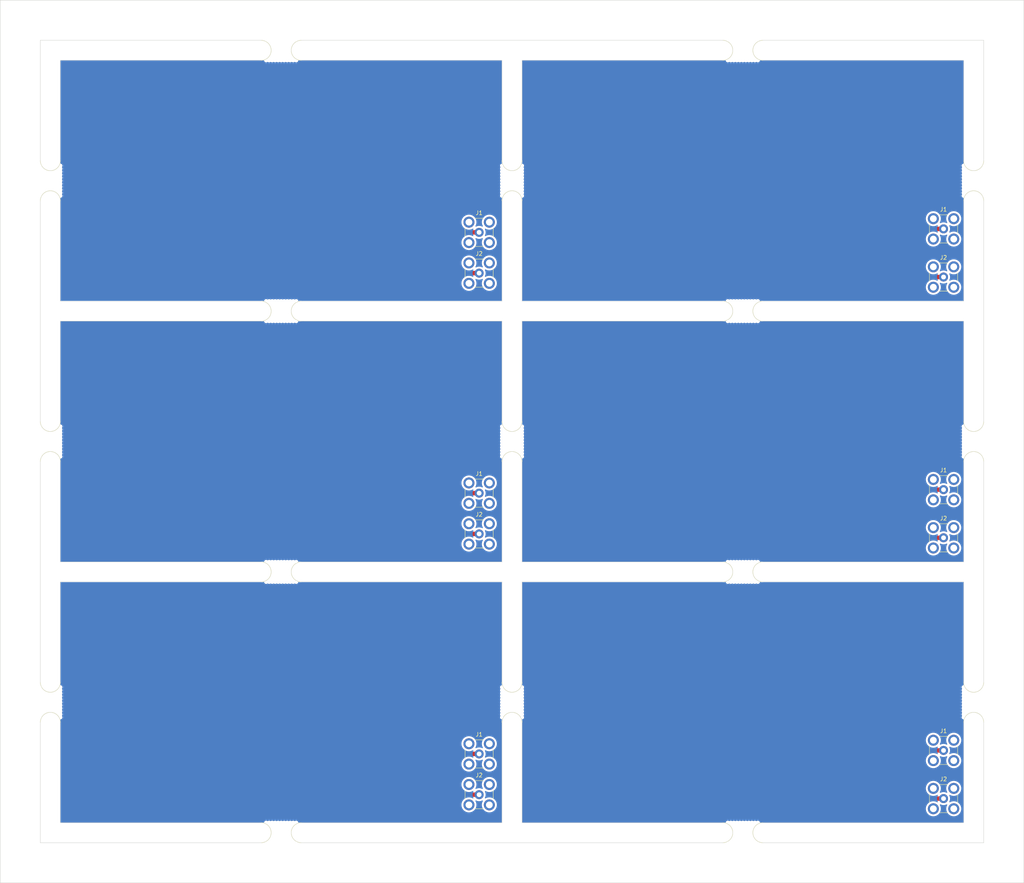
<source format=kicad_pcb>
(kicad_pcb (version 20221018) (generator pcbnew)
  (layers (0 "F.Cu" signal) (31 "B.Cu" signal) (34 "B.Paste" user) (35 "F.Paste" user) (36 "B.SilkS" user "B.Silkscreen") (37 "F.SilkS" user "F.Silkscreen") (38 "B.Mask" user) (39 "F.Mask" user) (44 "Edge.Cuts" user))
  (net 0 "")
  (footprint "Panel:mouse-bite-5mm-slot" (layer "F.Cu") (at 389.5 110 90)
    (fp_text reference "mouse-bite-5mm-slot" hide)
    (fp_text value "VAL**" hide)
  )
  (footprint "Connector_Coaxial:SMB_Jack_Vertical" (layer "F.Cu") (at 382 264)
    (fp_text reference "J2")
    (fp_text value "Conn_01x01")
  )
  (footprint "Panel:mouse-bite-5mm-slot" (layer "F.Cu") (at 217 142.5)
    (fp_text reference "mouse-bite-5mm-slot" hide)
    (fp_text value "VAL**" hide)
  )
  (footprint "Connector_Coaxial:SMB_Jack_Vertical" (layer "F.Cu") (at 382 122)
    (fp_text reference "J1")
    (fp_text value "Conn_01x01")
  )
  (footprint "Panel:mouse-bite-5mm-slot" (layer "F.Cu") (at 217 272.5)
    (fp_text reference "mouse-bite-5mm-slot" hide)
    (fp_text value "VAL**" hide)
  )
  (footprint "Connector_Coaxial:SMB_Jack_Vertical" (layer "F.Cu") (at 266.31 187.87)
    (fp_text reference "J1")
    (fp_text value "Conn_01x01")
  )
  (footprint "Panel:mouse-bite-5mm-slot" (layer "F.Cu") (at 332 142.5 180)
    (fp_text reference "mouse-bite-5mm-slot" hide)
    (fp_text value "VAL**" hide)
  )
  (footprint "Connector_Coaxial:SMB_Jack_Vertical" (layer "F.Cu") (at 266.31 133.03)
    (fp_text reference "J2")
    (fp_text value "Conn_01x01")
  )
  (footprint "Panel:mouse-bite-5mm-slot" (layer "F.Cu") (at 332 207.5 180)
    (fp_text reference "mouse-bite-5mm-slot" hide)
    (fp_text value "VAL**" hide)
  )
  (footprint "Panel:mouse-bite-5mm-slot" (layer "F.Cu") (at 274.5 240 90)
    (fp_text reference "mouse-bite-5mm-slot" hide)
    (fp_text value "VAL**" hide)
  )
  (footprint "Panel:mouse-bite-5mm-slot" (layer "F.Cu") (at 389.5 175 90)
    (fp_text reference "mouse-bite-5mm-slot" hide)
    (fp_text value "VAL**" hide)
  )
  (footprint "Connector_Coaxial:SMB_Jack_Vertical" (layer "F.Cu") (at 382 252)
    (fp_text reference "J1")
    (fp_text value "Conn_01x01")
  )
  (footprint "Connector_Coaxial:SMB_Jack_Vertical" (layer "F.Cu") (at 266.31 263.03)
    (fp_text reference "J2")
    (fp_text value "Conn_01x01")
  )
  (footprint "Panel:mouse-bite-5mm-slot" (layer "F.Cu") (at 389.5 240 90)
    (fp_text reference "mouse-bite-5mm-slot" hide)
    (fp_text value "VAL**" hide)
  )
  (footprint "Panel:mouse-bite-5mm-slot" (layer "F.Cu") (at 332 272.5 180)
    (fp_text reference "mouse-bite-5mm-slot" hide)
    (fp_text value "VAL**" hide)
  )
  (footprint "Panel:mouse-bite-5mm-slot" (layer "F.Cu") (at 332 77.5 180)
    (fp_text reference "mouse-bite-5mm-slot" hide)
    (fp_text value "VAL**" hide)
  )
  (footprint "Panel:mouse-bite-5mm-slot" (layer "F.Cu") (at 159.5 110 90)
    (fp_text reference "mouse-bite-5mm-slot" hide)
    (fp_text value "VAL**" hide)
  )
  (footprint "Connector_Coaxial:SMB_Jack_Vertical" (layer "F.Cu") (at 266.31 122.87)
    (fp_text reference "J1")
    (fp_text value "Conn_01x01")
  )
  (footprint "Connector_Coaxial:SMB_Jack_Vertical" (layer "F.Cu") (at 266.31 198.03)
    (fp_text reference "J2")
    (fp_text value "Conn_01x01")
  )
  (footprint "Connector_Coaxial:SMB_Jack_Vertical" (layer "F.Cu") (at 382 187)
    (fp_text reference "J1")
    (fp_text value "Conn_01x01")
  )
  (footprint "Connector_Coaxial:SMB_Jack_Vertical" (layer "F.Cu") (at 382 134)
    (fp_text reference "J2")
    (fp_text value "Conn_01x01")
  )
  (footprint "Panel:mouse-bite-5mm-slot" (layer "F.Cu") (at 159.5 240 90)
    (fp_text reference "mouse-bite-5mm-slot" hide)
    (fp_text value "VAL**" hide)
  )
  (footprint "Panel:mouse-bite-5mm-slot" (layer "F.Cu") (at 274.5 175 90)
    (fp_text reference "mouse-bite-5mm-slot" hide)
    (fp_text value "VAL**" hide)
  )
  (footprint "Panel:mouse-bite-5mm-slot" (layer "F.Cu") (at 217 77.5)
    (fp_text reference "mouse-bite-5mm-slot" hide)
    (fp_text value "VAL**" hide)
  )
  (footprint "Connector_Coaxial:SMB_Jack_Vertical" (layer "F.Cu") (at 266.31 252.87)
    (fp_text reference "J1")
    (fp_text value "Conn_01x01")
  )
  (footprint "Panel:mouse-bite-5mm-slot" (layer "F.Cu") (at 217 207.5)
    (fp_text reference "mouse-bite-5mm-slot" hide)
    (fp_text value "VAL**" hide)
  )
  (footprint "Panel:mouse-bite-5mm-slot" (layer "F.Cu") (at 159.5 175 90)
    (fp_text reference "mouse-bite-5mm-slot" hide)
    (fp_text value "VAL**" hide)
  )
  (footprint "Connector_Coaxial:SMB_Jack_Vertical" (layer "F.Cu") (at 382 199)
    (fp_text reference "J2")
    (fp_text value "Conn_01x01")
  )
  (footprint "Panel:mouse-bite-5mm-slot" (layer "F.Cu") (at 274.5 110 90)
    (fp_text reference "mouse-bite-5mm-slot" hide)
    (fp_text value "VAL**" hide)
  )
  (gr_arc (start 162 105) (mid 159.5 107.5) (end 157 105) (stroke (width 0.1)) (layer "Edge.Cuts"))
  (gr_line (start 212 80) (end 162 80) (stroke (width 0.1)) (layer "Edge.Cuts"))
  (gr_line (start 392 75) (end 392 105) (stroke (width 0.1)) (layer "Edge.Cuts"))
  (gr_line (start 272 245.5) (end 272 245) (stroke (width 0.1)) (layer "Edge.Cuts"))
  (gr_line (start 272 205) (end 272 180) (stroke (width 0.1)) (layer "Edge.Cuts"))
  (gr_arc (start 277 235) (mid 274.5 237.5) (end 272 235) (stroke (width 0.1)) (layer "Edge.Cuts"))
  (gr_arc (start 212 75) (mid 214.5 77.5) (end 212 80) (stroke (width 0.1)) (layer "Edge.Cuts"))
  (gr_line (start 337 270) (end 387 270) (stroke (width 0.1)) (layer "Edge.Cuts"))
  (gr_line (start 392 180) (end 392 235) (stroke (width 0.1)) (layer "Edge.Cuts"))
  (gr_line (start 277 245) (end 277 270) (stroke (width 0.1)) (layer "Edge.Cuts"))
  (gr_arc (start 222 80) (mid 219.5 77.5) (end 222 75) (stroke (width 0.1)) (layer "Edge.Cuts"))
  (gr_arc (start 212 205) (mid 214.5 207.5) (end 212 210) (stroke (width 0.1)) (layer "Edge.Cuts"))
  (gr_line (start 272 245.5) (end 272 270) (stroke (width 0.1)) (layer "Edge.Cuts"))
  (gr_line (start 272 210) (end 222 210) (stroke (width 0.1)) (layer "Edge.Cuts"))
  (gr_line (start 387 105) (end 387 80) (stroke (width 0.1)) (layer "Edge.Cuts"))
  (gr_line (start 212 210) (end 162 210) (stroke (width 0.1)) (layer "Edge.Cuts"))
  (gr_line (start 222 140) (end 272 140) (stroke (width 0.1)) (layer "Edge.Cuts"))
  (gr_arc (start 222 210) (mid 219.5 207.5) (end 222 205) (stroke (width 0.1)) (layer "Edge.Cuts"))
  (gr_line (start 157 275) (end 157 245) (stroke (width 0.1)) (layer "Edge.Cuts"))
  (gr_line (start 162 270) (end 212 270) (stroke (width 0.1)) (layer "Edge.Cuts"))
  (gr_line (start 162 180) (end 162 205) (stroke (width 0.1)) (layer "Edge.Cuts"))
  (gr_line (start 147 285) (end 147 65) (stroke (width 0.1)) (layer "Edge.Cuts"))
  (gr_line (start 337 275) (end 392 275) (stroke (width 0.1)) (layer "Edge.Cuts"))
  (gr_arc (start 327 140) (mid 329.5 142.5) (end 327 145) (stroke (width 0.1)) (layer "Edge.Cuts"))
  (gr_line (start 222 205) (end 272 205) (stroke (width 0.1)) (layer "Edge.Cuts"))
  (gr_line (start 337 75) (end 392 75) (stroke (width 0.1)) (layer "Edge.Cuts"))
  (gr_line (start 402 65) (end 402 285) (stroke (width 0.1)) (layer "Edge.Cuts"))
  (gr_arc (start 157 245) (mid 159.5 242.5) (end 162 245) (stroke (width 0.1)) (layer "Edge.Cuts"))
  (gr_line (start 157 170) (end 157 115) (stroke (width 0.1)) (layer "Edge.Cuts"))
  (gr_line (start 157 105) (end 157 75) (stroke (width 0.1)) (layer "Edge.Cuts"))
  (gr_line (start 337 205) (end 387 205) (stroke (width 0.1)) (layer "Edge.Cuts"))
  (gr_arc (start 392 235) (mid 389.5 237.5) (end 387 235) (stroke (width 0.1)) (layer "Edge.Cuts"))
  (gr_line (start 277 115) (end 277 140) (stroke (width 0.1)) (layer "Edge.Cuts"))
  (gr_line (start 277 80) (end 277 105) (stroke (width 0.1)) (layer "Edge.Cuts"))
  (gr_arc (start 337 275) (mid 334.5 272.5) (end 337 270) (stroke (width 0.1)) (layer "Edge.Cuts"))
  (gr_line (start 337 140) (end 387 140) (stroke (width 0.1)) (layer "Edge.Cuts"))
  (gr_line (start 327 80) (end 277 80) (stroke (width 0.1)) (layer "Edge.Cuts"))
  (gr_arc (start 157 180) (mid 159.5 177.5) (end 162 180) (stroke (width 0.1)) (layer "Edge.Cuts"))
  (gr_line (start 212 275) (end 157 275) (stroke (width 0.1)) (layer "Edge.Cuts"))
  (gr_arc (start 212 270) (mid 214.5 272.5) (end 212 275) (stroke (width 0.1)) (layer "Edge.Cuts"))
  (gr_line (start 387 140) (end 387 115) (stroke (width 0.1)) (layer "Edge.Cuts"))
  (gr_line (start 222 75) (end 327 75) (stroke (width 0.1)) (layer "Edge.Cuts"))
  (gr_line (start 222 275) (end 327 275) (stroke (width 0.1)) (layer "Edge.Cuts"))
  (gr_arc (start 162 235) (mid 159.5 237.5) (end 157 235) (stroke (width 0.1)) (layer "Edge.Cuts"))
  (gr_line (start 162 115) (end 162 140) (stroke (width 0.1)) (layer "Edge.Cuts"))
  (gr_line (start 272 170) (end 272 145) (stroke (width 0.1)) (layer "Edge.Cuts"))
  (gr_arc (start 277 105) (mid 274.5 107.5) (end 272 105) (stroke (width 0.1)) (layer "Edge.Cuts"))
  (gr_arc (start 272 245) (mid 274.5 242.5) (end 277 245) (stroke (width 0.1)) (layer "Edge.Cuts"))
  (gr_line (start 162 140) (end 212 140) (stroke (width 0.1)) (layer "Edge.Cuts"))
  (gr_line (start 147 65) (end 402 65) (stroke (width 0.1)) (layer "Edge.Cuts"))
  (gr_arc (start 387 180) (mid 389.5 177.5) (end 392 180) (stroke (width 0.1)) (layer "Edge.Cuts"))
  (gr_arc (start 272 180) (mid 274.5 177.5) (end 277 180) (stroke (width 0.1)) (layer "Edge.Cuts"))
  (gr_line (start 387 80) (end 337 80) (stroke (width 0.1)) (layer "Edge.Cuts"))
  (gr_line (start 157 75) (end 212 75) (stroke (width 0.1)) (layer "Edge.Cuts"))
  (gr_line (start 327 145) (end 277 145) (stroke (width 0.1)) (layer "Edge.Cuts"))
  (gr_arc (start 222 145) (mid 219.5 142.5) (end 222 140) (stroke (width 0.1)) (layer "Edge.Cuts"))
  (gr_line (start 277 270) (end 327 270) (stroke (width 0.1)) (layer "Edge.Cuts"))
  (gr_line (start 392 275) (end 392 245) (stroke (width 0.1)) (layer "Edge.Cuts"))
  (gr_arc (start 277 170) (mid 274.5 172.5) (end 272 170) (stroke (width 0.1)) (layer "Edge.Cuts"))
  (gr_arc (start 392 170) (mid 389.5 172.5) (end 387 170) (stroke (width 0.1)) (layer "Edge.Cuts"))
  (gr_arc (start 387 245) (mid 389.5 242.5) (end 392 245) (stroke (width 0.1)) (layer "Edge.Cuts"))
  (gr_arc (start 157 115) (mid 159.5 112.5) (end 162 115) (stroke (width 0.1)) (layer "Edge.Cuts"))
  (gr_line (start 277 145) (end 277 170) (stroke (width 0.1)) (layer "Edge.Cuts"))
  (gr_line (start 162 80) (end 162 105) (stroke (width 0.1)) (layer "Edge.Cuts"))
  (gr_arc (start 327 75) (mid 329.5 77.5) (end 327 80) (stroke (width 0.1)) (layer "Edge.Cuts"))
  (gr_line (start 277 205) (end 327 205) (stroke (width 0.1)) (layer "Edge.Cuts"))
  (gr_line (start 402 285) (end 147 285) (stroke (width 0.1)) (layer "Edge.Cuts"))
  (gr_arc (start 387 115) (mid 389.5 112.5) (end 392 115) (stroke (width 0.1)) (layer "Edge.Cuts"))
  (gr_line (start 387 145) (end 337 145) (stroke (width 0.1)) (layer "Edge.Cuts"))
  (gr_arc (start 337 145) (mid 334.5 142.5) (end 337 140) (stroke (width 0.1)) (layer "Edge.Cuts"))
  (gr_arc (start 212 140) (mid 214.5 142.5) (end 212 145) (stroke (width 0.1)) (layer "Edge.Cuts"))
  (gr_arc (start 162 170) (mid 159.5 172.5) (end 157 170) (stroke (width 0.1)) (layer "Edge.Cuts"))
  (gr_arc (start 337 210) (mid 334.5 207.5) (end 337 205) (stroke (width 0.1)) (layer "Edge.Cuts"))
  (gr_line (start 162 245) (end 162 270) (stroke (width 0.1)) (layer "Edge.Cuts"))
  (gr_line (start 162 145) (end 162 170) (stroke (width 0.1)) (layer "Edge.Cuts"))
  (gr_line (start 272 145) (end 222 145) (stroke (width 0.1)) (layer "Edge.Cuts"))
  (gr_arc (start 337 80) (mid 334.5 77.5) (end 337 75) (stroke (width 0.1)) (layer "Edge.Cuts"))
  (gr_line (start 277 180) (end 277 205) (stroke (width 0.1)) (layer "Edge.Cuts"))
  (gr_line (start 272 235) (end 272 210) (stroke (width 0.1)) (layer "Edge.Cuts"))
  (gr_arc (start 392 105) (mid 389.5 107.5) (end 387 105) (stroke (width 0.1)) (layer "Edge.Cuts"))
  (gr_line (start 277 210) (end 277 235) (stroke (width 0.1)) (layer "Edge.Cuts"))
  (gr_line (start 387 170) (end 387 145) (stroke (width 0.1)) (layer "Edge.Cuts"))
  (gr_line (start 157 235) (end 157 180) (stroke (width 0.1)) (layer "Edge.Cuts"))
  (gr_arc (start 327 270) (mid 329.5 272.5) (end 327 275) (stroke (width 0.1)) (layer "Edge.Cuts"))
  (gr_line (start 272 80) (end 222 80) (stroke (width 0.1)) (layer "Edge.Cuts"))
  (gr_line (start 162 205) (end 212 205) (stroke (width 0.1)) (layer "Edge.Cuts"))
  (gr_arc (start 327 205) (mid 329.5 207.5) (end 327 210) (stroke (width 0.1)) (layer "Edge.Cuts"))
  (gr_arc (start 272 115) (mid 274.5 112.5) (end 277 115) (stroke (width 0.1)) (layer "Edge.Cuts"))
  (gr_line (start 392 115) (end 392 170) (stroke (width 0.1)) (layer "Edge.Cuts"))
  (gr_line (start 272 105) (end 272 80) (stroke (width 0.1)) (layer "Edge.Cuts"))
  (gr_line (start 387 210) (end 337 210) (stroke (width 0.1)) (layer "Edge.Cuts"))
  (gr_line (start 272 140) (end 272 115) (stroke (width 0.1)) (layer "Edge.Cuts"))
  (gr_line (start 277 140) (end 327 140) (stroke (width 0.1)) (layer "Edge.Cuts"))
  (gr_line (start 387 270) (end 387 245) (stroke (width 0.1)) (layer "Edge.Cuts"))
  (gr_line (start 387 205) (end 387 180) (stroke (width 0.1)) (layer "Edge.Cuts"))
  (gr_arc (start 222 275) (mid 219.5 272.5) (end 222 270) (stroke (width 0.1)) (layer "Edge.Cuts"))
  (gr_line (start 387 235) (end 387 210) (stroke (width 0.1)) (layer "Edge.Cuts"))
  (gr_line (start 222 270) (end 272 270) (stroke (width 0.1)) (layer "Edge.Cuts"))
  (gr_line (start 162 210) (end 162 235) (stroke (width 0.1)) (layer "Edge.Cuts"))
  (gr_line (start 327 210) (end 277 210) (stroke (width 0.1)) (layer "Edge.Cuts"))
  (gr_line (start 212 145) (end 162 145) (stroke (width 0.1)) (layer "Edge.Cuts"))
  (segment (start 280 202) (end 280 190) (width 2) (layer "F.Cu") (net 0))
  (segment (start 174 163) (end 258 163) (width 4) (layer "F.Cu") (net 0))
  (segment (start 168 151) (end 168 175) (width 4) (layer "F.Cu") (net 0))
  (segment (start 168 134) (end 168 110) (width 1.1) (layer "F.Cu") (net 0))
  (segment (start 376 160) (end 285 160) (width 2) (layer "F.Cu") (net 0))
  (segment (start 258.87 122.87) (end 258 122) (width 1.1) (layer "F.Cu") (net 0))
  (segment (start 252 216) (end 168 216) (width 6) (layer "F.Cu") (net 0))
  (segment (start 168 175) (end 252 175) (width 4) (layer "F.Cu") (net 0))
  (segment (start 280 243) (end 280 231) (width 4) (layer "F.Cu") (net 0))
  (segment (start 375 213) (end 280 213) (width 4) (layer "F.Cu") (net 0))
  (segment (start 280 267) (end 280 255) (width 4) (layer "F.Cu") (net 0))
  (segment (start 376 172) (end 285 172) (width 2) (layer "F.Cu") (net 0))
  (segment (start 375 225) (end 285 225) (width 4) (layer "F.Cu") (net 0))
  (segment (start 258 163) (end 258 187) (width 4) (layer "F.Cu") (net 0))
  (segment (start 373 137) (end 280 137) (width 1.1) (layer "F.Cu") (net 0))
  (segment (start 376 134) (end 373 137) (width 1.1) (layer "F.Cu") (net 0))
  (segment (start 376 160) (end 376 148) (width 2) (layer "F.Cu") (net 0))
  (segment (start 280 190) (end 280 178) (width 2) (layer "F.Cu") (net 0))
  (segment (start 258 228) (end 258 252) (width 6) (layer "F.Cu") (net 0))
  (segment (start 168 199) (end 168 175) (width 4) (layer "F.Cu") (net 0))
  (segment (start 376 95) (end 283 95) (width 1.1) (layer "F.Cu") (net 0))
  (segment (start 376 119) (end 283 119) (width 1.1) (layer "F.Cu") (net 0))
  (segment (start 373 101) (end 280 101) (width 1.1) (layer "F.Cu") (net 0))
  (segment (start 382 199) (end 376 199) (width 1.1) (layer "F.Cu") (net 0))
  (segment (start 376 107) (end 376 119) (width 1.1) (layer "F.Cu") (net 0))
  (segment (start 375 249) (end 375 252) (width 4) (layer "F.Cu") (net 0))
  (segment (start 373 113) (end 280 113) (width 1.1) (layer "F.Cu") (net 0))
  (segment (start 369 178) (end 280 178) (width 2) (layer "F.Cu") (net 0))
  (segment (start 375 261) (end 285 261) (width 4) (layer "F.Cu") (net 0))
  (segment (start 280 219) (end 280 231) (width 4) (layer "F.Cu") (net 0))
  (segment (start 280 113) (end 280 101) (width 1.1) (layer "F.Cu") (net 0))
  (segment (start 376 107) (end 283 107) (width 1.1) (layer "F.Cu") (net 0))
  (segment (start 376 187) (end 376 196) (width 2) (layer "F.Cu") (net 0))
  (segment (start 373 89) (end 280 89) (width 1.1) (layer "F.Cu") (net 0))
  (segment (start 375 225) (end 375 237) (width 4) (layer "F.Cu") (net 0))
  (segment (start 376 172) (end 376 184) (width 2) (layer "F.Cu") (net 0))
  (segment (start 258.39 133.03) (end 266.31 133.03) (width 1.1) (layer "F.Cu") (net 0))
  (segment (start 369 166) (end 280 166) (width 2) (layer "F.Cu") (net 0))
  (segment (start 369 190) (end 280 190) (width 2) (layer "F.Cu") (net 0))
  (segment (start 375 237) (end 375 249) (width 4) (layer "F.Cu") (net 0))
  (segment (start 382 264) (end 376 264) (width 1.1) (layer "F.Cu") (net 0))
  (segment (start 168 264) (end 168 240) (width 6) (layer "F.Cu") (net 0))
  (segment (start 376 160) (end 376 172) (width 2) (layer "F.Cu") (net 0))
  (segment (start 280 89) (end 280 101) (width 1.1) (layer "F.Cu") (net 0))
  (segment (start 382 187) (end 376 187) (width 1.1) (layer "F.Cu") (net 0))
  (segment (start 375 252) (end 375 261) (width 4) (layer "F.Cu") (net 0))
  (segment (start 257.42 199) (end 168 199) (width 4) (layer "F.Cu") (net 0))
  (segment (start 376 95) (end 376 107) (width 1.1) (layer "F.Cu") (net 0))
  (segment (start 280 125) (end 280 113) (width 1.1) (layer "F.Cu") (net 0))
  (segment (start 168 86) (end 168 110) (width 1.1) (layer "F.Cu") (net 0))
  (segment (start 258.39 198.03) (end 266.31 198.03) (width 1.1) (layer "F.Cu") (net 0))
  (segment (start 252 151) (end 168 151) (width 4) (layer "F.Cu") (net 0))
  (segment (start 375 225) (end 375 213) (width 4) (layer "F.Cu") (net 0))
  (segment (start 168 240) (end 246 240) (width 6) (layer "F.Cu") (net 0))
  (segment (start 280 137) (end 280 125) (width 1.1) (layer "F.Cu") (net 0))
  (segment (start 376 131) (end 283 131) (width 1.1) (layer "F.Cu") (net 0))
  (segment (start 375 237) (end 285 237) (width 4) (layer "F.Cu") (net 0))
  (segment (start 382 252) (end 376 252) (width 1.1) (layer "F.Cu") (net 0))
  (segment (start 373 267) (end 280 267) (width 4) (layer "F.Cu") (net 0))
  (segment (start 376 264) (end 373 267) (width 1.1) (layer "F.Cu") (net 0))
  (segment (start 376 199) (end 373 202) (width 1.1) (layer "F.Cu") (net 0))
  (segment (start 376 83) (end 280 83) (width 1.1) (layer "F.Cu") (net 0))
  (segment (start 369 231) (end 280 231) (width 4) (layer "F.Cu") (net 0))
  (segment (start 266.31 122.87) (end 258.87 122.87) (width 1.1) (layer "F.Cu") (net 0))
  (segment (start 252 86) (end 168 86) (width 1.1) (layer "F.Cu") (net 0))
  (segment (start 373 125) (end 280 125) (width 1.1) (layer "F.Cu") (net 0))
  (segment (start 369 243) (end 280 243) (width 4) (layer "F.Cu") (net 0))
  (segment (start 280 154) (end 280 166) (width 2) (layer "F.Cu") (net 0))
  (segment (start 369 219) (end 280 219) (width 4) (layer "F.Cu") (net 0))
  (segment (start 376 184) (end 285 184) (width 2) (layer "F.Cu") (net 0))
  (segment (start 376 148) (end 280 148) (width 2) (layer "F.Cu") (net 0))
  (segment (start 257.42 134) (end 168 134) (width 1.1) (layer "F.Cu") (net 0))
  (segment (start 375 249) (end 285 249) (width 4) (layer "F.Cu") (net 0))
  (segment (start 174 98) (end 258 98) (width 1.1) (layer "F.Cu") (net 0))
  (segment (start 376 95) (end 376 83) (width 1.1) (layer "F.Cu") (net 0))
  (segment (start 382 122) (end 376 122) (width 1.1) (layer "F.Cu") (net 0))
  (segment (start 266.31 252.87) (end 258.87 252.87) (width 1.1) (layer "F.Cu") (net 0))
  (segment (start 258 98) (end 258 122) (width 1.1) (layer "F.Cu") (net 0))
  (segment (start 280 178) (end 280 166) (width 2) (layer "F.Cu") (net 0))
  (segment (start 177 228) (end 258 228) (width 6) (layer "F.Cu") (net 0))
  (segment (start 382 134) (end 376 134) (width 1.1) (layer "F.Cu") (net 0))
  (segment (start 376 122) (end 376 131) (width 1.1) (layer "F.Cu") (net 0))
  (segment (start 168 110) (end 252 110) (width 1.1) (layer "F.Cu") (net 0))
  (segment (start 376 119) (end 376 122) (width 1.1) (layer "F.Cu") (net 0))
  (segment (start 258 187) (end 174 187) (width 4) (layer "F.Cu") (net 0))
  (segment (start 258.39 263.03) (end 266.31 263.03) (width 1.1) (layer "F.Cu") (net 0))
  (segment (start 376 184) (end 376 187) (width 2) (layer "F.Cu") (net 0))
  (segment (start 168 216) (end 168 240) (width 6) (layer "F.Cu") (net 0))
  (segment (start 376 196) (end 285 196) (width 2) (layer "F.Cu") (net 0))
  (segment (start 369 154) (end 280 154) (width 2) (layer "F.Cu") (net 0))
  (segment (start 258 252) (end 177 252) (width 6) (layer "F.Cu") (net 0))
  (segment (start 257.42 134) (end 258.39 133.03) (width 1.1) (layer "F.Cu") (net 0))
  (segment (start 266.31 187.87) (end 258.87 187.87) (width 1.1) (layer "F.Cu") (net 0))
  (segment (start 373 202) (end 280 202) (width 2) (layer "F.Cu") (net 0))
  (segment (start 257.42 264) (end 168 264) (width 6) (layer "F.Cu") (net 0))
  (segment (start 369 255) (end 280 255) (width 4) (layer "F.Cu") (net 0))
  (segment (start 258 122) (end 174 122) (width 1.1) (layer "F.Cu") (net 0))
  (segment (start 280 255) (end 280 243) (width 4) (layer "F.Cu") (net 0))
  (zone (net 0) (net_name "") (layer "B.Cu") (connect_pads (clearance 0.5)) (min_thickness 0.25) (fill yes (thermal_gap 0.5) (thermal_bridge_width 0.5) (island_removal_mode 1) (island_area_min 10))
    (polygon (pts (xy 277 210) (xy 387 210) (xy 387 270) (xy 277 270)))
  )
  (zone (net 0) (net_name "") (layer "B.Cu") (connect_pads (clearance 0.5)) (min_thickness 0.25) (fill yes (thermal_gap 0.5) (thermal_bridge_width 0.5) (island_removal_mode 1) (island_area_min 10))
    (polygon (pts (xy 277 145) (xy 387 145) (xy 387 205) (xy 277 205)))
  )
  (zone (net 0) (net_name "") (layer "B.Cu") (connect_pads (clearance 0.5)) (min_thickness 0.25) (fill yes (thermal_gap 0.5) (thermal_bridge_width 0.5) (island_removal_mode 1) (island_area_min 10))
    (polygon (pts (xy 277 80) (xy 387 80) (xy 387 140) (xy 277 140)))
  )
  (zone (net 0) (net_name "") (layer "B.Cu") (connect_pads (clearance 0.5)) (min_thickness 0.25) (fill yes (thermal_gap 0.5) (thermal_bridge_width 0.5) (island_removal_mode 1) (island_area_min 10))
    (polygon (pts (xy 162 145) (xy 272 145) (xy 272 205) (xy 162 205)))
  )
  (zone (net 0) (net_name "") (layer "B.Cu") (connect_pads (clearance 0.5)) (min_thickness 0.25) (fill yes (thermal_gap 0.5) (thermal_bridge_width 0.5) (island_removal_mode 1) (island_area_min 10))
    (polygon (pts (xy 162 210) (xy 272 210) (xy 272 270) (xy 162 270)))
  )
  (zone (net 0) (net_name "") (layer "B.Cu") (connect_pads (clearance 0.5)) (min_thickness 0.25) (fill yes (thermal_gap 0.5) (thermal_bridge_width 0.5) (island_removal_mode 1) (island_area_min 10))
    (polygon (pts (xy 162 80) (xy 272 80) (xy 272 140) (xy 162 140)))
  )
)
</source>
